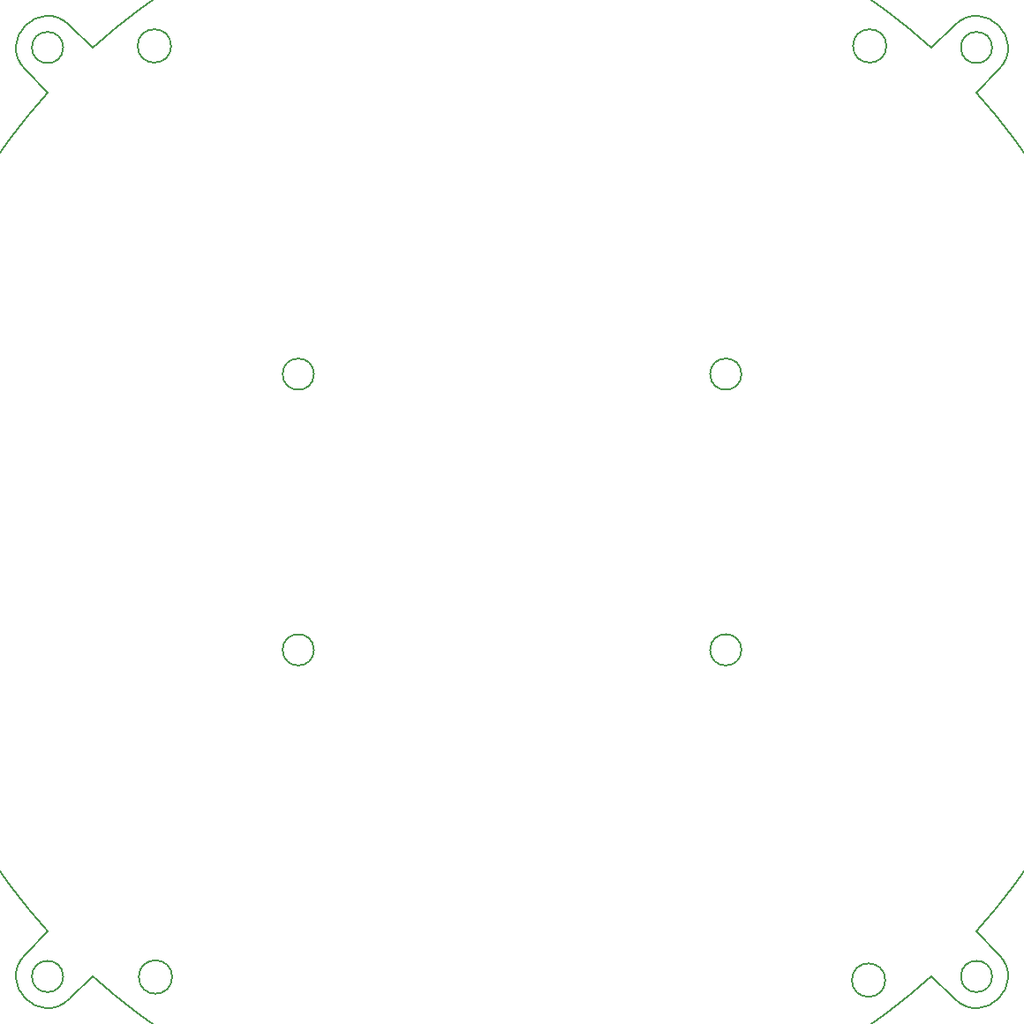
<source format=gm1>
%TF.GenerationSoftware,KiCad,Pcbnew,8.0.4*%
%TF.CreationDate,2024-12-12T22:54:30-05:00*%
%TF.ProjectId,Roboballers Pcb,526f626f-6261-46c6-9c65-727320506362,rev?*%
%TF.SameCoordinates,Original*%
%TF.FileFunction,Profile,NP*%
%FSLAX46Y46*%
G04 Gerber Fmt 4.6, Leading zero omitted, Abs format (unit mm)*
G04 Created by KiCad (PCBNEW 8.0.4) date 2024-12-12 22:54:30*
%MOMM*%
%LPD*%
G01*
G04 APERTURE LIST*
%TA.AperFunction,Profile*%
%ADD10C,0.200000*%
%TD*%
G04 APERTURE END LIST*
D10*
X57573598Y-146669043D02*
X59747982Y-144494659D01*
X67400000Y-144600000D02*
G75*
G02*
X64200000Y-144600000I-1600000J0D01*
G01*
X64200000Y-144600000D02*
G75*
G02*
X67400000Y-144600000I1600000J0D01*
G01*
X142426410Y-146669051D02*
X140252019Y-144494660D01*
X122000011Y-86777650D02*
G75*
G02*
X119000011Y-86777650I-1500000J0D01*
G01*
X119000011Y-86777650D02*
G75*
G02*
X122000011Y-86777650I1500000J0D01*
G01*
X67300000Y-55300000D02*
G75*
G02*
X64100000Y-55300000I-1600000J0D01*
G01*
X64100000Y-55300000D02*
G75*
G02*
X67300000Y-55300000I1600000J0D01*
G01*
X146669051Y-142426410D02*
G75*
G02*
X142426410Y-146669051I-2121321J-2121320D01*
G01*
X146047727Y-55452273D02*
G75*
G02*
X143047727Y-55452273I-1500000J0D01*
G01*
X143047727Y-55452273D02*
G75*
G02*
X146047727Y-55452273I1500000J0D01*
G01*
X53330980Y-142426379D02*
X55505340Y-140252019D01*
X122000011Y-113222350D02*
G75*
G02*
X119000011Y-113222350I-1500000J0D01*
G01*
X119000011Y-113222350D02*
G75*
G02*
X122000011Y-113222350I1500000J0D01*
G01*
X59747980Y-55505339D02*
G75*
G02*
X140252020Y-55505339I40252020J-44494660D01*
G01*
X142426403Y-53330956D02*
X140252020Y-55505339D01*
X57573590Y-53330949D02*
X59747980Y-55505339D01*
X140252019Y-144494660D02*
G75*
G02*
X59747981Y-144494660I-40252019J44494660D01*
G01*
X53330949Y-57573590D02*
X55505341Y-59747982D01*
X55505340Y-140252019D02*
G75*
G02*
X55505340Y-59747981I44494650J40252019D01*
G01*
X146669020Y-57573621D02*
X144494660Y-59747981D01*
X81000011Y-113222350D02*
G75*
G02*
X78000011Y-113222350I-1500000J0D01*
G01*
X78000011Y-113222350D02*
G75*
G02*
X81000011Y-113222350I1500000J0D01*
G01*
X146047727Y-144547727D02*
G75*
G02*
X143047727Y-144547727I-1500000J0D01*
G01*
X143047727Y-144547727D02*
G75*
G02*
X146047727Y-144547727I1500000J0D01*
G01*
X56952273Y-55452273D02*
G75*
G02*
X53952273Y-55452273I-1500000J0D01*
G01*
X53952273Y-55452273D02*
G75*
G02*
X56952273Y-55452273I1500000J0D01*
G01*
X144494660Y-59747981D02*
G75*
G02*
X144494660Y-140252019I-44494650J-40252019D01*
G01*
X135800000Y-144900000D02*
G75*
G02*
X132600000Y-144900000I-1600000J0D01*
G01*
X132600000Y-144900000D02*
G75*
G02*
X135800000Y-144900000I1600000J0D01*
G01*
X146669051Y-142426410D02*
X144494659Y-140252018D01*
X135900000Y-55300000D02*
G75*
G02*
X132700000Y-55300000I-1600000J0D01*
G01*
X132700000Y-55300000D02*
G75*
G02*
X135900000Y-55300000I1600000J0D01*
G01*
X57573597Y-146669042D02*
G75*
G02*
X53330981Y-142426380I-2121297J2121342D01*
G01*
X81000011Y-86777650D02*
G75*
G02*
X78000011Y-86777650I-1500000J0D01*
G01*
X78000011Y-86777650D02*
G75*
G02*
X81000011Y-86777650I1500000J0D01*
G01*
X56952273Y-144547727D02*
G75*
G02*
X53952273Y-144547727I-1500000J0D01*
G01*
X53952273Y-144547727D02*
G75*
G02*
X56952273Y-144547727I1500000J0D01*
G01*
X142426403Y-53330956D02*
G75*
G02*
X146669020Y-57573621I2121297J-2121344D01*
G01*
X53330949Y-57573590D02*
G75*
G02*
X57573590Y-53330949I2121321J2121320D01*
G01*
M02*

</source>
